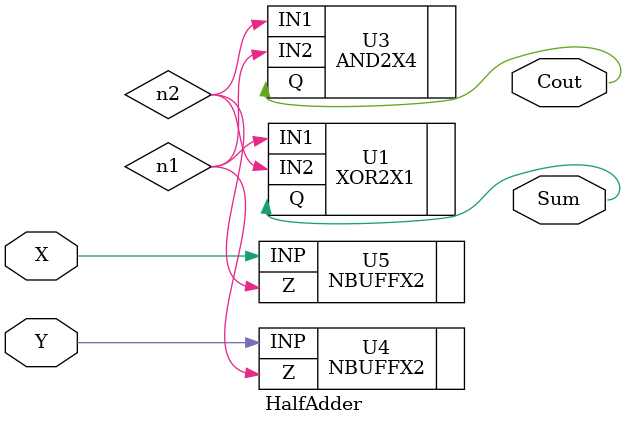
<source format=v>

module HalfAdder ( X, Y, Cout, Sum );
  input X, Y;
  output Cout, Sum;
  wire   n1, n2;

  XOR2X1 U1 ( .IN1(n1), .IN2(n2), .Q(Sum) );
  AND2X4 U3 ( .IN1(n2), .IN2(n1), .Q(Cout) );
  NBUFFX2 U4 ( .INP(Y), .Z(n1) );
  NBUFFX2 U5 ( .INP(X), .Z(n2) );
endmodule


</source>
